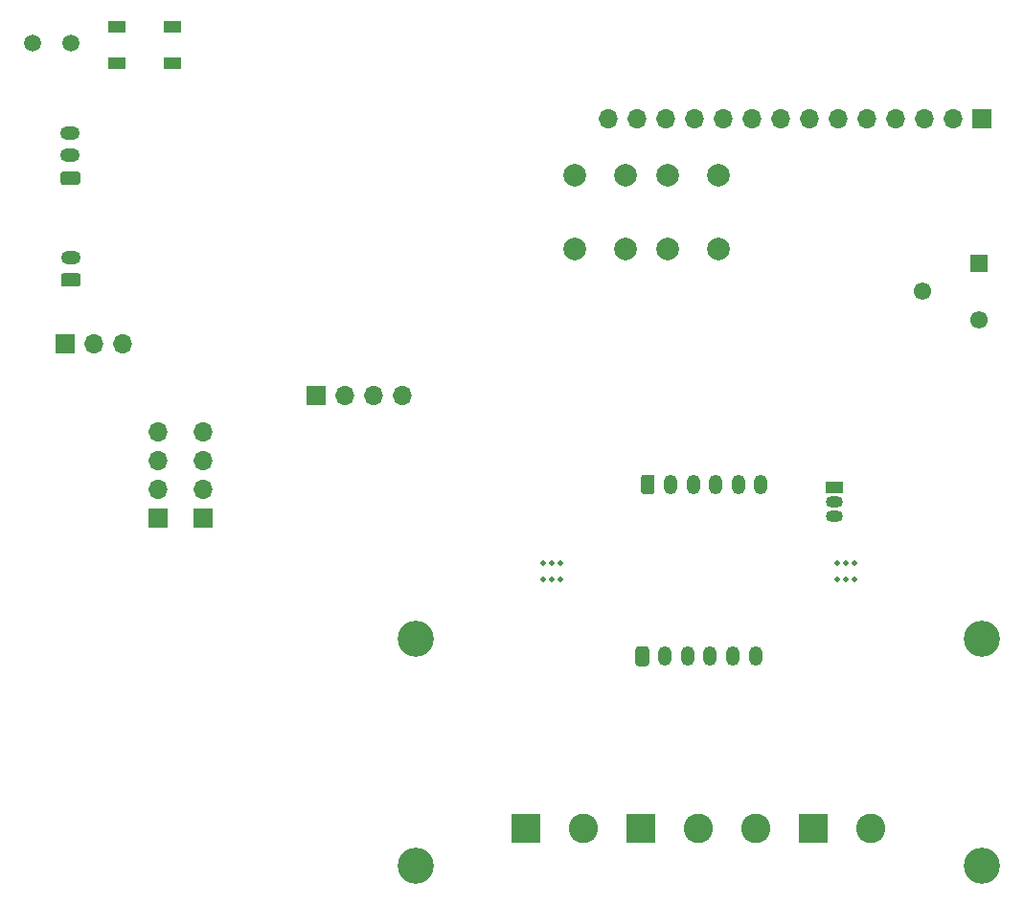
<source format=gbr>
%TF.GenerationSoftware,KiCad,Pcbnew,(5.1.10)-1*%
%TF.CreationDate,2021-06-06T00:54:17+02:00*%
%TF.ProjectId,LakeTemp,4c616b65-5465-46d7-902e-6b696361645f,2.0*%
%TF.SameCoordinates,Original*%
%TF.FileFunction,Soldermask,Bot*%
%TF.FilePolarity,Negative*%
%FSLAX46Y46*%
G04 Gerber Fmt 4.6, Leading zero omitted, Abs format (unit mm)*
G04 Created by KiCad (PCBNEW (5.1.10)-1) date 2021-06-06 00:54:17*
%MOMM*%
%LPD*%
G01*
G04 APERTURE LIST*
%ADD10O,1.700000X1.700000*%
%ADD11R,1.700000X1.700000*%
%ADD12C,1.550000*%
%ADD13R,1.550000X1.550000*%
%ADD14R,1.500000X1.050000*%
%ADD15O,1.500000X1.050000*%
%ADD16O,1.200000X1.750000*%
%ADD17C,2.000000*%
%ADD18C,1.500000*%
%ADD19O,1.750000X1.200000*%
%ADD20C,2.600000*%
%ADD21R,2.600000X2.600000*%
%ADD22R,1.500000X1.000000*%
%ADD23C,3.200000*%
%ADD24C,0.500000*%
G04 APERTURE END LIST*
D10*
%TO.C,J11*%
X125680000Y-89432000D03*
X125680000Y-91972000D03*
X125680000Y-94512000D03*
D11*
X125680000Y-97052000D03*
%TD*%
D12*
%TO.C,RV1*%
X189263000Y-76998000D03*
D13*
X194263000Y-74498000D03*
D12*
X194263000Y-79498000D03*
%TD*%
D14*
%TO.C,U5*%
X181510000Y-94368000D03*
D15*
X181510000Y-96908000D03*
X181510000Y-95638000D03*
%TD*%
D16*
%TO.C,J2*%
X175010000Y-94074000D03*
X173010000Y-94074000D03*
X171010000Y-94074000D03*
X169010000Y-94074000D03*
X167010000Y-94074000D03*
G36*
G01*
X164410000Y-94699001D02*
X164410000Y-93448999D01*
G75*
G02*
X164659999Y-93199000I249999J0D01*
G01*
X165360001Y-93199000D01*
G75*
G02*
X165610000Y-93448999I0J-249999D01*
G01*
X165610000Y-94699001D01*
G75*
G02*
X165360001Y-94949000I-249999J0D01*
G01*
X164659999Y-94949000D01*
G75*
G02*
X164410000Y-94699001I0J249999D01*
G01*
G37*
%TD*%
D17*
%TO.C,SW2*%
X171265000Y-73230000D03*
X166765000Y-73230000D03*
X171265000Y-66730000D03*
X166765000Y-66730000D03*
%TD*%
%TO.C,SW1*%
X158515000Y-66730000D03*
X163015000Y-66730000D03*
X158515000Y-73230000D03*
X163015000Y-73230000D03*
%TD*%
D10*
%TO.C,JP2*%
X118590000Y-81628000D03*
X116050000Y-81628000D03*
D11*
X113510000Y-81628000D03*
%TD*%
D16*
%TO.C,J3*%
X174510000Y-109274000D03*
X172510000Y-109274000D03*
X170510000Y-109274000D03*
X168510000Y-109274000D03*
X166510000Y-109274000D03*
G36*
G01*
X163910000Y-109899001D02*
X163910000Y-108648999D01*
G75*
G02*
X164159999Y-108399000I249999J0D01*
G01*
X164860001Y-108399000D01*
G75*
G02*
X165110000Y-108648999I0J-249999D01*
G01*
X165110000Y-109899001D01*
G75*
G02*
X164860001Y-110149000I-249999J0D01*
G01*
X164159999Y-110149000D01*
G75*
G02*
X163910000Y-109899001I0J249999D01*
G01*
G37*
%TD*%
D10*
%TO.C,J9*%
X121743000Y-89432000D03*
X121743000Y-91972000D03*
X121743000Y-94512000D03*
D11*
X121743000Y-97052000D03*
%TD*%
D18*
%TO.C,R14*%
X114054000Y-55064000D03*
X110654000Y-55064000D03*
%TD*%
D19*
%TO.C,J10*%
X113967000Y-63000000D03*
X113967000Y-65000000D03*
G36*
G01*
X114592001Y-67600000D02*
X113341999Y-67600000D01*
G75*
G02*
X113092000Y-67350001I0J249999D01*
G01*
X113092000Y-66649999D01*
G75*
G02*
X113341999Y-66400000I249999J0D01*
G01*
X114592001Y-66400000D01*
G75*
G02*
X114842000Y-66649999I0J-249999D01*
G01*
X114842000Y-67350001D01*
G75*
G02*
X114592001Y-67600000I-249999J0D01*
G01*
G37*
%TD*%
D10*
%TO.C,J8*%
X161490000Y-61750000D03*
X164030000Y-61750000D03*
X166570000Y-61750000D03*
X169110000Y-61750000D03*
X171650000Y-61750000D03*
X174190000Y-61750000D03*
X176730000Y-61750000D03*
X179270000Y-61750000D03*
X181810000Y-61750000D03*
X184350000Y-61750000D03*
X186890000Y-61750000D03*
X189430000Y-61750000D03*
X191970000Y-61750000D03*
D11*
X194510000Y-61750000D03*
%TD*%
D10*
%TO.C,J7*%
X143330000Y-86182000D03*
X140790000Y-86182000D03*
X138250000Y-86182000D03*
D11*
X135710000Y-86182000D03*
%TD*%
D19*
%TO.C,J6*%
X114010000Y-74000000D03*
G36*
G01*
X114635001Y-76600000D02*
X113384999Y-76600000D01*
G75*
G02*
X113135000Y-76350001I0J249999D01*
G01*
X113135000Y-75649999D01*
G75*
G02*
X113384999Y-75400000I249999J0D01*
G01*
X114635001Y-75400000D01*
G75*
G02*
X114885000Y-75649999I0J-249999D01*
G01*
X114885000Y-76350001D01*
G75*
G02*
X114635001Y-76600000I-249999J0D01*
G01*
G37*
%TD*%
D20*
%TO.C,J5*%
X184745000Y-124480000D03*
D21*
X179665000Y-124480000D03*
%TD*%
%TO.C,J4*%
X164425000Y-124480000D03*
D20*
X169505000Y-124480000D03*
X174585000Y-124480000D03*
%TD*%
%TO.C,J1*%
X159345000Y-124480000D03*
D21*
X154265000Y-124480000D03*
%TD*%
D22*
%TO.C,D5*%
X118110000Y-56850000D03*
X118110000Y-53650000D03*
X123010000Y-56850000D03*
X123010000Y-53650000D03*
%TD*%
D23*
%TO.C,REF\u002A\u002A*%
X144510000Y-107750000D03*
%TD*%
%TO.C,REF\u002A\u002A*%
X144510000Y-127750000D03*
%TD*%
%TO.C,REF\u002A\u002A*%
X194510000Y-127750000D03*
%TD*%
%TO.C,REF\u002A\u002A*%
X194510000Y-107750000D03*
%TD*%
D24*
%TO.C,mouse-bite-2mm-slot*%
X183260000Y-102500000D03*
X181760000Y-102500000D03*
X181760000Y-101000000D03*
X183260000Y-101000000D03*
X182510000Y-102500000D03*
X182510000Y-101000000D03*
%TD*%
%TO.C,mouse-bite-2mm-slot*%
X156510000Y-101000000D03*
X156510000Y-102500000D03*
X157260000Y-101000000D03*
X155760000Y-101000000D03*
X155760000Y-102500000D03*
X157260000Y-102500000D03*
%TD*%
M02*

</source>
